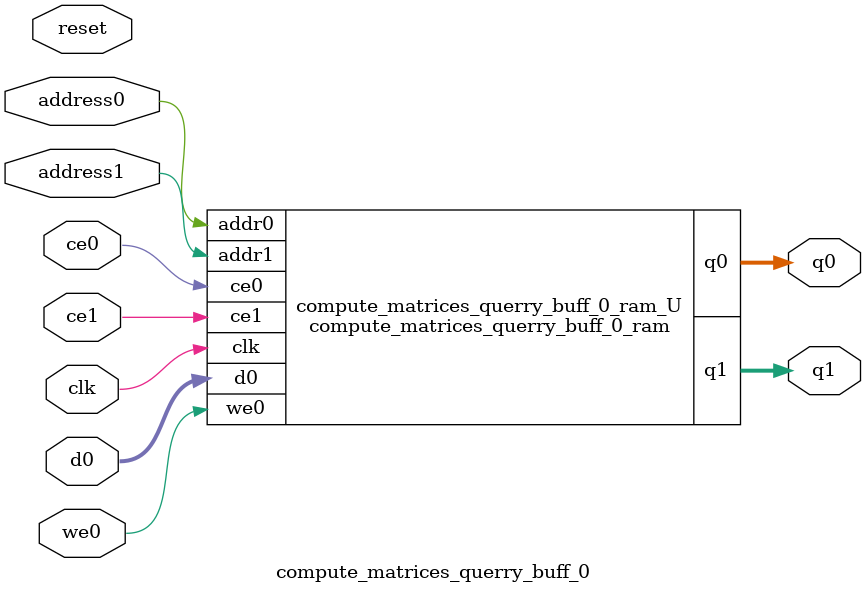
<source format=v>
`timescale 1 ns / 1 ps
module compute_matrices_querry_buff_0_ram (addr0, ce0, d0, we0, q0, addr1, ce1, q1,  clk);

parameter DWIDTH = 8;
parameter AWIDTH = 1;
parameter MEM_SIZE = 2;

input[AWIDTH-1:0] addr0;
input ce0;
input[DWIDTH-1:0] d0;
input we0;
output reg[DWIDTH-1:0] q0;
input[AWIDTH-1:0] addr1;
input ce1;
output reg[DWIDTH-1:0] q1;
input clk;

(* ram_style = "block" *)reg [DWIDTH-1:0] ram0[0:MEM_SIZE-1];



always @(posedge clk)  
begin 
    if (ce0) begin
        if (we0) 
            ram0[addr0] <= d0; 
        q0 <= ram0[addr0];
    end
end


always @(posedge clk)  
begin 
    if (ce1) begin
        q1 <= ram0[addr1];
    end
end


endmodule

`timescale 1 ns / 1 ps
module compute_matrices_querry_buff_0(
    reset,
    clk,
    address0,
    ce0,
    we0,
    d0,
    q0,
    address1,
    ce1,
    q1);

parameter DataWidth = 32'd8;
parameter AddressRange = 32'd2;
parameter AddressWidth = 32'd1;
input reset;
input clk;
input[AddressWidth - 1:0] address0;
input ce0;
input we0;
input[DataWidth - 1:0] d0;
output[DataWidth - 1:0] q0;
input[AddressWidth - 1:0] address1;
input ce1;
output[DataWidth - 1:0] q1;



compute_matrices_querry_buff_0_ram compute_matrices_querry_buff_0_ram_U(
    .clk( clk ),
    .addr0( address0 ),
    .ce0( ce0 ),
    .we0( we0 ),
    .d0( d0 ),
    .q0( q0 ),
    .addr1( address1 ),
    .ce1( ce1 ),
    .q1( q1 ));

endmodule


</source>
